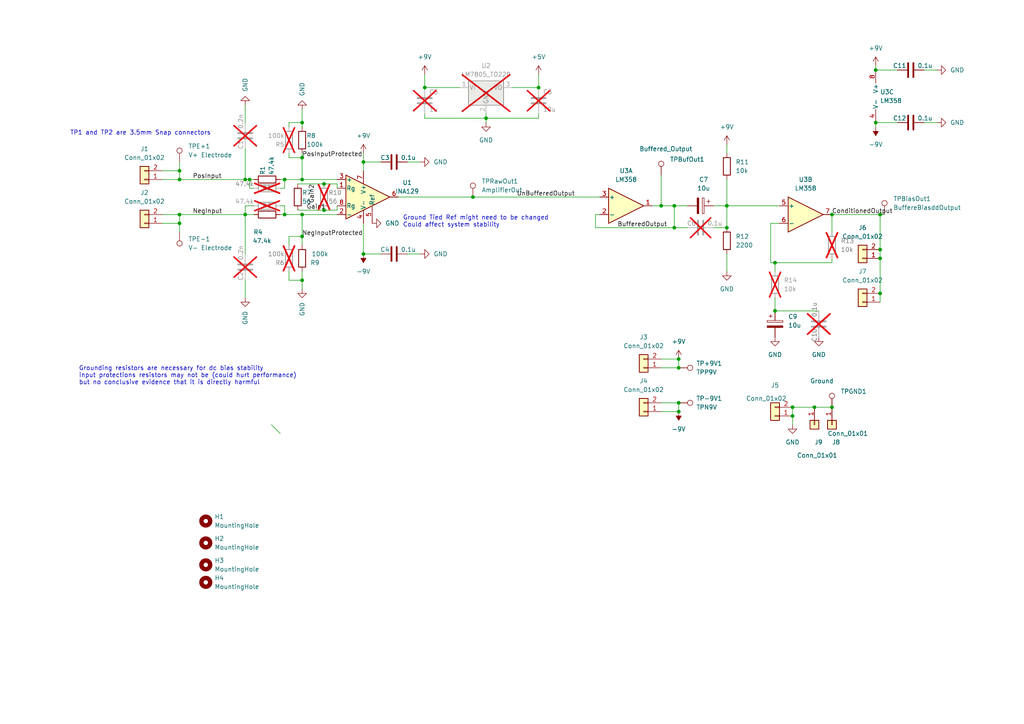
<source format=kicad_sch>
(kicad_sch (version 20230121) (generator eeschema)
  (paper "A4")
  (lib_symbols
    (symbol "Amplifier_Instrumentation:INA129" (pin_names (offset 0.127))
      (property "Reference" "U" (at 3.81 3.175 0))
      (property "Value" "INA129" (at 3.81 -3.175 0))
      (symbol "INA129_0_1"
        (polyline (pts (xy 7.62 0) (xy -5.08 6.35) (xy -5.08 -6.35) (xy 7.62 0)) (stroke (width 0.254)) (fill (type background)))
      )
      (symbol "INA129_1_1"
        (pin passive line (at -7.62 2.54 0) (length 2.54) (name "Rg") (number "1"))
        (pin input line (at -7.62 -5.08 0) (length 2.54) (name "-") (number "2"))
        (pin input line (at -7.62 5.08 0) (length 2.54) (name "+") (number "3"))
        (pin power_in line (at 0 -7.62 90) (length 3.81) (name "V-") (number "4"))
        (pin input line (at 2.54 -7.62 90) (length 5.08) (name "Ref") (number "5"))
        (pin output line (at 10.16 0 180) (length 2.54) (name "~") (number "6"))
        (pin power_in line (at 0 7.62 270) (length 3.81) (name "V+") (number "7"))
        (pin passive line (at -7.62 -2.54 0) (length 2.54) (name "Rg") (number "8"))
      )
    )
    (symbol "Amplifier_Operational:LM358" (pin_names (offset 0.127))
      (property "Reference" "U" (at 0 5.08 0))
      (property "Value" "LM358" (at 0 -5.08 0))
      (symbol "LM358_1_1"
        (polyline (pts (xy -5.08 5.08) (xy 5.08 0) (xy -5.08 -5.08) (xy -5.08 5.08)) (stroke (width 0.254)) (fill (type background)))
        (pin output line (at 7.62 0 180) (length 2.54) (name "~") (number "1"))
        (pin input line (at -7.62 -2.54 0) (length 2.54) (name "-") (number "2"))
        (pin input line (at -7.62 2.54 0) (length 2.54) (name "+") (number "3"))
      )
      (symbol "LM358_2_1"
        (polyline (pts (xy -5.08 5.08) (xy 5.08 0) (xy -5.08 -5.08) (xy -5.08 5.08)) (stroke (width 0.254)) (fill (type background)))
        (pin input line (at -7.62 2.54 0) (length 2.54) (name "+") (number "5"))
        (pin input line (at -7.62 -2.54 0) (length 2.54) (name "-") (number "6"))
        (pin output line (at 7.62 0 180) (length 2.54) (name "~") (number "7"))
      )
      (symbol "LM358_3_1"
        (pin power_in line (at -2.54 -7.62 90) (length 3.81) (name "V-") (number "4"))
        (pin power_in line (at -2.54 7.62 270) (length 3.81) (name "V+") (number "8"))
      )
    )
    (symbol "Connector:TestPoint" (pin_numbers hide) (pin_names (offset 0.762) hide)
      (property "Reference" "TP" (at 0 6.858 0))
      (property "Value" "TestPoint" (at 0 5.08 0))
      (symbol "TestPoint_0_1"
        (circle (center 0 3.302) (radius 0.762))
      )
      (symbol "TestPoint_1_1"
        (pin passive line (at 0 0 90) (length 2.54) (name "1") (number "1"))
      )
    )
    (symbol "Connector_Generic:Conn_01x01" (pin_names (offset 1.016) hide)
      (property "Reference" "J" (at 0 2.54 0))
      (property "Value" "Conn_01x01" (at 0 -2.54 0))
      (symbol "Conn_01x01_1_1"
        (rectangle (start -1.27 0.127) (end 0 -0.127) (stroke (width 0.1524)))
        (rectangle (start -1.27 1.27) (end 1.27 -1.27) (stroke (width 0.254)) (fill (type background)))
        (pin passive line (at -5.08 0 0) (length 3.81) (name "Pin_1") (number "1"))
      )
    )
    (symbol "Connector_Generic:Conn_01x02" (pin_names (offset 1.016) hide)
      (property "Reference" "J" (at 0 2.54 0))
      (property "Value" "Conn_01x02" (at 0 -5.08 0))
      (symbol "Conn_01x02_1_1"
        (rectangle (start -1.27 -2.413) (end 0 -2.667) (stroke (width 0.1524)))
        (rectangle (start -1.27 0.127) (end 0 -0.127) (stroke (width 0.1524)))
        (rectangle (start -1.27 1.27) (end 1.27 -3.81) (stroke (width 0.254)) (fill (type background)))
        (pin passive line (at -5.08 0 0) (length 3.81) (name "Pin_1") (number "1"))
        (pin passive line (at -5.08 -2.54 0) (length 3.81) (name "Pin_2") (number "2"))
      )
    )
    (symbol "Device:C" (pin_numbers hide) (pin_names (offset 0.254))
      (property "Reference" "C" (at 0.635 2.54 0))
      (property "Value" "C" (at 0.635 -2.54 0))
      (symbol "C_0_1"
        (polyline (pts (xy -2.032 -0.762) (xy 2.032 -0.762)) (stroke (width 0.508)))
        (polyline (pts (xy -2.032 0.762) (xy 2.032 0.762)) (stroke (width 0.508)))
      )
      (symbol "C_1_1"
        (pin passive line (at 0 3.81 270) (length 2.794) (name "~") (number "1"))
        (pin passive line (at 0 -3.81 90) (length 2.794) (name "~") (number "2"))
      )
    )
    (symbol "Device:C_Polarized" (pin_numbers hide) (pin_names (offset 0.254))
      (property "Reference" "C" (at 0.635 2.54 0))
      (property "Value" "C_Polarized" (at 0.635 -2.54 0))
      (symbol "C_Polarized_0_1"
        (rectangle (start -2.286 0.508) (end 2.286 1.016))
        (polyline (pts (xy -1.778 2.286) (xy -0.762 2.286)))
        (polyline (pts (xy -1.27 2.794) (xy -1.27 1.778)))
        (rectangle (start 2.286 -0.508) (end -2.286 -1.016) (fill (type outline)))
      )
      (symbol "C_Polarized_1_1"
        (pin passive line (at 0 3.81 270) (length 2.794) (name "~") (number "1"))
        (pin passive line (at 0 -3.81 90) (length 2.794) (name "~") (number "2"))
      )
    )
    (symbol "Device:R" (pin_numbers hide) (pin_names (offset 0))
      (property "Reference" "R" (at 2.032 0 90))
      (property "Value" "R" (at 0 0 90))
      (symbol "R_0_1"
        (rectangle (start -1.016 -2.54) (end 1.016 2.54) (stroke (width 0.254)))
      )
      (symbol "R_1_1"
        (pin passive line (at 0 3.81 270) (length 1.27) (name "~") (number "1"))
        (pin passive line (at 0 -3.81 90) (length 1.27) (name "~") (number "2"))
      )
    )
    (symbol "Mechanical:MountingHole" (pin_names (offset 1.016))
      (property "Reference" "H" (at 0 5.08 0))
      (property "Value" "MountingHole" (at 0 3.175 0))
      (symbol "MountingHole_0_1"
        (circle (center 0 0) (radius 1.27) (stroke (width 1.27)))
      )
    )
    (symbol "Regulator_Linear:LM7805_TO220" (pin_names (offset 0.254))
      (property "Reference" "U" (at -3.81 3.175 0))
      (property "Value" "LM7805_TO220" (at 0 3.175 0))
      (symbol "LM7805_TO220_0_1"
        (rectangle (start -5.08 1.905) (end 5.08 -5.08) (stroke (width 0.254)) (fill (type background)))
      )
      (symbol "LM7805_TO220_1_1"
        (pin power_in line (at -7.62 0 0) (length 2.54) (name "VI") (number "1"))
        (pin power_in line (at 0 -7.62 90) (length 2.54) (name "GND") (number "2"))
        (pin power_out line (at 7.62 0 180) (length 2.54) (name "VO") (number "3"))
      )
    )
    (symbol "power:+5V" (power) (pin_names (offset 0))
      (property "Value" "+5V" (at 0 3.556 0))
      (symbol "+5V_0_1"
        (polyline (pts (xy -0.762 1.27) (xy 0 2.54)))
        (polyline (pts (xy 0 0) (xy 0 2.54)))
        (polyline (pts (xy 0 2.54) (xy 0.762 1.27)))
      )
      (symbol "+5V_1_1"
        (pin power_in line (at 0 0 90) (length 0) hide (name "+5V") (number "1"))
      )
    )
    (symbol "power:+9V" (power) (pin_names (offset 0))
      (property "Value" "+9V" (at 0 3.556 0))
      (symbol "+9V_0_1"
        (polyline (pts (xy -0.762 1.27) (xy 0 2.54)))
        (polyline (pts (xy 0 0) (xy 0 2.54)))
        (polyline (pts (xy 0 2.54) (xy 0.762 1.27)))
      )
      (symbol "+9V_1_1"
        (pin power_in line (at 0 0 90) (length 0) hide (name "+9V") (number "1"))
      )
    )
    (symbol "power:-9V" (power) (pin_names (offset 0))
      (property "Value" "-9V" (at 0 3.81 0))
      (symbol "-9V_0_1"
        (polyline (pts (xy 0 0) (xy 0 2.54)))
        (polyline (pts (xy 0.762 1.27) (xy -0.762 1.27) (xy 0 2.54) (xy 0.762 1.27)) (fill (type outline)))
      )
      (symbol "-9V_1_1"
        (pin power_in line (at 0 0 90) (length 0) hide (name "-9V") (number "1"))
      )
    )
    (symbol "power:GND" (power) (pin_names (offset 0))
      (property "Value" "GND" (at 0 -3.81 0))
      (symbol "GND_0_1"
        (polyline (pts (xy 0 0) (xy 0 -1.27) (xy 1.27 -1.27) (xy 0 -2.54) (xy -1.27 -1.27) (xy 0 -1.27)))
      )
      (symbol "GND_1_1"
        (pin power_in line (at 0 0 270) (length 0) hide (name "GND") (number "1"))
      )
    )
  )
  (junction (at 93.98 53.34))
  (junction (at 224.79 90.17))
  (junction (at 196.85 116.84))
  (junction (at 255.27 85.09))
  (junction (at 93.98 60.96))
  (junction (at 196.85 106.68))
  (junction (at 140.97 34.29))
  (junction (at 52.07 49.53))
  (junction (at 105.41 46.99))
  (junction (at 255.27 72.39))
  (junction (at 210.82 59.69))
  (junction (at 82.55 62.23))
  (junction (at 87.63 68.58))
  (junction (at 52.07 64.77))
  (junction (at 87.63 45.72))
  (junction (at 156.21 25.4))
  (junction (at 87.63 62.23))
  (junction (at 241.3 118.11))
  (junction (at 241.3 62.23))
  (junction (at 137.16 57.15))
  (junction (at 229.87 118.11))
  (junction (at 71.12 52.07))
  (junction (at 71.12 62.23))
  (junction (at 195.58 66.04))
  (junction (at 255.27 62.23))
  (junction (at 105.41 73.66))
  (junction (at 123.19 25.4))
  (junction (at 82.55 52.07))
  (junction (at 87.63 52.07))
  (junction (at 191.77 59.69))
  (junction (at 254 35.56))
  (junction (at 236.22 118.11))
  (junction (at 196.85 119.38))
  (junction (at 254 20.32))
  (junction (at 255.27 74.93))
  (junction (at 229.87 120.65))
  (junction (at 87.63 81.28))
  (junction (at 72.39 52.07))
  (junction (at 52.07 62.23))
  (junction (at 210.82 66.04))
  (junction (at 224.79 76.2))
  (junction (at 52.07 52.07))
  (junction (at 195.58 59.69))
  (junction (at 87.63 35.56))
  (junction (at 196.85 104.14))
  (bus_entry (at 78.74 123.19) (size 2.54 2.54))
  (wire (pts (xy 172.72 66.04) (xy 172.72 62.23)))
  (wire (pts (xy 191.77 104.14) (xy 196.85 104.14)))
  (wire (pts (xy 189.23 59.69) (xy 191.77 59.69)))
  (wire (pts (xy 46.99 64.77) (xy 52.07 64.77)))
  (wire (pts (xy 191.77 116.84) (xy 196.85 116.84)))
  (wire (pts (xy 73.66 59.69) (xy 71.12 59.69)))
  (wire (pts (xy 229.87 120.65) (xy 229.87 123.19)))
  (wire (pts (xy 137.16 57.15) (xy 173.99 57.15)))
  (wire (pts (xy 87.63 52.07) (xy 97.79 52.07)))
  (wire (pts (xy 110.49 46.99) (xy 105.41 46.99)))
  (wire (pts (xy 123.19 25.4) (xy 133.35 25.4)))
  (wire (pts (xy 83.82 35.56) (xy 87.63 35.56)))
  (wire (pts (xy 123.19 34.29) (xy 140.97 34.29)))
  (wire (pts (xy 241.3 62.23) (xy 241.3 67.31)))
  (wire (pts (xy 196.85 116.84) (xy 196.85 119.38)))
  (wire (pts (xy 71.12 59.69) (xy 71.12 62.23)))
  (wire (pts (xy 140.97 33.02) (xy 140.97 34.29)))
  (wire (pts (xy 71.12 30.48) (xy 71.12 35.56)))
  (wire (pts (xy 83.82 71.12) (xy 83.82 68.58)))
  (wire (pts (xy 118.11 46.99) (xy 121.92 46.99)))
  (wire (pts (xy 118.11 73.66) (xy 121.92 73.66)))
  (wire (pts (xy 73.66 54.61) (xy 72.39 54.61)))
  (wire (pts (xy 123.19 33.02) (xy 123.19 34.29)))
  (wire (pts (xy 71.12 62.23) (xy 71.12 73.66)))
  (wire (pts (xy 196.85 104.14) (xy 196.85 106.68)))
  (wire (pts (xy 229.87 118.11) (xy 229.87 120.65)))
  (wire (pts (xy 97.79 53.34) (xy 97.79 54.61)))
  (wire (pts (xy 191.77 50.8) (xy 191.77 59.69)))
  (wire (pts (xy 254 36.83) (xy 254 35.56)))
  (wire (pts (xy 73.66 62.23) (xy 71.12 62.23)))
  (wire (pts (xy 191.77 59.69) (xy 195.58 59.69)))
  (wire (pts (xy 86.36 53.34) (xy 93.98 53.34)))
  (wire (pts (xy 224.79 86.36) (xy 224.79 90.17)))
  (wire (pts (xy 191.77 106.68) (xy 196.85 106.68)))
  (wire (pts (xy 172.72 62.23) (xy 173.99 62.23)))
  (wire (pts (xy 83.82 78.74) (xy 83.82 81.28)))
  (wire (pts (xy 210.82 73.66) (xy 210.82 78.74)))
  (wire (pts (xy 52.07 52.07) (xy 52.07 49.53)))
  (wire (pts (xy 105.41 46.99) (xy 105.41 49.53)))
  (wire (pts (xy 97.79 53.34) (xy 93.98 53.34)))
  (wire (pts (xy 115.57 57.15) (xy 137.16 57.15)))
  (wire (pts (xy 210.82 52.07) (xy 210.82 59.69)))
  (wire (pts (xy 71.12 86.36) (xy 71.12 81.28)))
  (wire (pts (xy 241.3 62.23) (xy 255.27 62.23)))
  (wire (pts (xy 83.82 68.58) (xy 87.63 68.58)))
  (wire (pts (xy 254 35.56) (xy 260.35 35.56)))
  (wire (pts (xy 195.58 59.69) (xy 195.58 66.04)))
  (wire (pts (xy 82.55 59.69) (xy 82.55 62.23)))
  (wire (pts (xy 255.27 74.93) (xy 255.27 85.09)))
  (wire (pts (xy 83.82 44.45) (xy 83.82 45.72)))
  (wire (pts (xy 210.82 59.69) (xy 226.06 59.69)))
  (wire (pts (xy 46.99 62.23) (xy 52.07 62.23)))
  (wire (pts (xy 81.28 52.07) (xy 82.55 52.07)))
  (wire (pts (xy 110.49 73.66) (xy 105.41 73.66)))
  (wire (pts (xy 87.63 44.45) (xy 87.63 45.72)))
  (wire (pts (xy 210.82 59.69) (xy 210.82 66.04)))
  (wire (pts (xy 236.22 118.11) (xy 229.87 118.11)))
  (wire (pts (xy 83.82 36.83) (xy 83.82 35.56)))
  (wire (pts (xy 195.58 66.04) (xy 199.39 66.04)))
  (wire (pts (xy 223.52 64.77) (xy 223.52 76.2)))
  (wire (pts (xy 72.39 52.07) (xy 73.66 52.07)))
  (wire (pts (xy 254 20.32) (xy 260.35 20.32)))
  (wire (pts (xy 52.07 62.23) (xy 52.07 64.77)))
  (wire (pts (xy 207.01 59.69) (xy 210.82 59.69)))
  (wire (pts (xy 241.3 74.93) (xy 241.3 76.2)))
  (wire (pts (xy 172.72 66.04) (xy 195.58 66.04)))
  (wire (pts (xy 267.97 35.56) (xy 271.78 35.56)))
  (wire (pts (xy 81.28 54.61) (xy 82.55 54.61)))
  (wire (pts (xy 148.59 25.4) (xy 156.21 25.4)))
  (wire (pts (xy 83.82 81.28) (xy 87.63 81.28)))
  (wire (pts (xy 224.79 90.17) (xy 237.49 90.17)))
  (wire (pts (xy 71.12 52.07) (xy 72.39 52.07)))
  (wire (pts (xy 267.97 20.32) (xy 271.78 20.32)))
  (wire (pts (xy 87.63 45.72) (xy 87.63 52.07)))
  (wire (pts (xy 52.07 49.53) (xy 52.07 46.99)))
  (wire (pts (xy 87.63 71.12) (xy 87.63 68.58)))
  (wire (pts (xy 72.39 52.07) (xy 72.39 54.61)))
  (wire (pts (xy 191.77 119.38) (xy 196.85 119.38)))
  (wire (pts (xy 87.63 68.58) (xy 87.63 62.23)))
  (wire (pts (xy 97.79 60.96) (xy 97.79 59.69)))
  (wire (pts (xy 255.27 62.23) (xy 255.27 72.39)))
  (wire (pts (xy 71.12 62.23) (xy 52.07 62.23)))
  (wire (pts (xy 105.41 44.45) (xy 105.41 46.99)))
  (wire (pts (xy 123.19 21.59) (xy 123.19 25.4)))
  (wire (pts (xy 87.63 62.23) (xy 82.55 62.23)))
  (wire (pts (xy 105.41 64.77) (xy 105.41 73.66)))
  (wire (pts (xy 81.28 59.69) (xy 82.55 59.69)))
  (wire (pts (xy 87.63 83.82) (xy 87.63 81.28)))
  (wire (pts (xy 210.82 41.91) (xy 210.82 44.45)))
  (wire (pts (xy 46.99 49.53) (xy 52.07 49.53)))
  (wire (pts (xy 82.55 52.07) (xy 87.63 52.07)))
  (wire (pts (xy 224.79 76.2) (xy 224.79 78.74)))
  (wire (pts (xy 255.27 72.39) (xy 255.27 74.93)))
  (wire (pts (xy 254 19.05) (xy 254 20.32)))
  (wire (pts (xy 97.79 62.23) (xy 87.63 62.23)))
  (wire (pts (xy 223.52 76.2) (xy 224.79 76.2)))
  (wire (pts (xy 140.97 34.29) (xy 156.21 34.29)))
  (wire (pts (xy 82.55 62.23) (xy 81.28 62.23)))
  (wire (pts (xy 195.58 59.69) (xy 199.39 59.69)))
  (wire (pts (xy 52.07 52.07) (xy 71.12 52.07)))
  (wire (pts (xy 83.82 45.72) (xy 87.63 45.72)))
  (wire (pts (xy 255.27 62.23) (xy 256.54 62.23)))
  (wire (pts (xy 87.63 81.28) (xy 87.63 78.74)))
  (wire (pts (xy 87.63 31.75) (xy 87.63 35.56)))
  (wire (pts (xy 87.63 35.56) (xy 87.63 36.83)))
  (wire (pts (xy 207.01 66.04) (xy 210.82 66.04)))
  (wire (pts (xy 255.27 85.09) (xy 255.27 87.63)))
  (wire (pts (xy 93.98 60.96) (xy 97.79 60.96)))
  (wire (pts (xy 52.07 64.77) (xy 52.07 67.31)))
  (wire (pts (xy 241.3 118.11) (xy 236.22 118.11)))
  (wire (pts (xy 226.06 64.77) (xy 223.52 64.77)))
  (wire (pts (xy 46.99 52.07) (xy 52.07 52.07)))
  (wire (pts (xy 140.97 34.29) (xy 140.97 35.56)))
  (wire (pts (xy 82.55 52.07) (xy 82.55 54.61)))
  (wire (pts (xy 224.79 76.2) (xy 241.3 76.2)))
  (wire (pts (xy 156.21 21.59) (xy 156.21 25.4)))
  (wire (pts (xy 156.21 33.02) (xy 156.21 34.29)))
  (wire (pts (xy 71.12 43.18) (xy 71.12 52.07)))
  (wire (pts (xy 86.36 60.96) (xy 93.98 60.96)))
  (text "TP1 and TP2 are 3.5mm Snap connectors\n" (at 20.32 39.37 0) (effects (font (size 1.27 1.27)) (justify left bottom)))
  (text "Ground Tied Ref might need to be changed\nCould affect system stability\n" (at 116.84 66.04 0) (effects (font (size 1.27 1.27)) (justify left bottom)))
  (text "Grounding resistors are necessary for dc bias stability\ninput protections resistors may not be (could hurt performance)\nbut no conclusive evidence that it is directly harmful\n" (at 22.86 111.76 0) (effects (font (size 1.27 1.27)) (justify left bottom)))
  (label "NegInput" (at 55.88 62.23 0))
  (label "ConditionedOutput" (at 241.3 62.23 0))
  (label "Gain1" (at 88.9 60.96 0))
  (label "PosInput" (at 55.88 52.07 0))
  (label "PosInputProtected" (at 87.63 45.72 0))
  (label "UnBufferedOutput" (at 149.86 57.15 0))
  (label "Gain2" (at 91.44 53.34 270))
  (label "NegInputProtected" (at 87.63 68.58 0))
  (label "BufferedOutput" (at 179.07 66.04 0))
  (symbol (lib_id "power:+9V") (at 105.41 44.45 0) (unit 1)
    (property "Reference" "#PWR05" (effects hide))
    (property "Value" "+9V" (at 105.41 39.37 0))
  )
  (symbol (lib_id "power:+9V") (at 210.82 41.91 0) (unit 1)
    (property "Reference" "#PWR015" (effects hide))
    (property "Value" "+9V" (at 210.82 36.83 0))
  )
  (symbol (lib_id "Mechanical:MountingHole") (at 59.69 151.13 0) (unit 1)
    (property "Reference" "H1" (at 62.23 149.86 0) (effects (justify left)))
    (property "Value" "MountingHole" (at 62.23 152.4 0) (effects (justify left)))
    (property "Footprint" "MountingHole:MountingHole_3.2mm_M3" (effects hide))
  )
  (symbol (lib_id "Device:C") (at 264.16 20.32 90) (unit 1)
    (property "Reference" "C11" (at 262.89 19.05 90) (effects (justify left)))
    (property "Value" "0.1u" (at 270.51 19.05 90) (effects (justify left)))
    (property "Footprint" "Capacitor_SMD:C_0805_2012Metric" (effects hide))
  )
  (symbol (lib_id "Device:R") (at 77.47 62.23 90) (unit 1)
    (property "Reference" "R4" (at 76.2 67.31 90) (effects (justify left)))
    (property "Value" "47.4k" (at 78.74 69.85 90) (effects (justify left)))
    (property "Footprint" "Resistor_SMD:R_0805_2012Metric" (effects hide))
  )
  (symbol (lib_id "Connector_Generic:Conn_01x01") (at 236.22 123.19 270) (unit 1)
    (property "Reference" "J9" (at 236.22 128.27 90) (effects (justify left)))
    (property "Value" "Conn_01x01" (at 231.14 132.08 90) (effects (justify left)))
    (property "Footprint" "Connector_PinHeader_2.54mm:PinHeader_1x01_P2.54mm_Vertical" (effects hide))
  )
  (symbol (lib_id "power:GND") (at 229.87 123.19 0) (unit 1)
    (property "Reference" "#PWR018" (effects hide))
    (property "Value" "GND" (at 229.87 128.27 0))
  )
  (symbol (lib_id "power:GND") (at 237.49 97.79 0) (unit 1)
    (property "Reference" "#PWR019" (effects hide))
    (property "Value" "GND" (at 237.49 102.87 0))
  )
  (symbol (lib_id "power:GND") (at 140.97 35.56 0) (unit 1)
    (property "Reference" "#PWR011" (effects hide))
    (property "Value" "GND" (at 140.97 40.64 0))
  )
  (symbol (lib_id "Device:R") (at 87.63 74.93 180) (unit 1)
    (property "Reference" "R9" (at 92.71 76.2 0) (effects (justify left)))
    (property "Value" "100k" (at 95.25 73.66 0) (effects (justify left)))
    (property "Footprint" "Resistor_SMD:R_0805_2012Metric" (effects hide))
  )
  (symbol (lib_id "Device:C_Polarized") (at 203.2 59.69 270) (unit 1)
    (property "Reference" "C7" (at 204.089 52.07 90))
    (property "Value" "10u" (at 204.089 54.61 90))
    (property "Footprint" "Capacitor_THT:CP_Radial_D4.0mm_P2.00mm" (effects hide))
  )
  (symbol (lib_id "Connector:TestPoint") (at 196.85 106.68 270) (unit 1)
    (property "Reference" "TP+9V1" (at 201.93 105.41 90) (effects (justify left)))
    (property "Value" "TPP9V" (at 201.93 107.95 90) (effects (justify left)))
    (property "Footprint" "TestPoint:TestPoint_Pad_D4.0mm" (effects hide))
  )
  (symbol (lib_id "power:+5V") (at 156.21 21.59 0) (unit 1)
    (property "Reference" "#PWR012" (effects hide))
    (property "Value" "+5V" (at 156.21 16.51 0))
  )
  (symbol (lib_id "Amplifier_Instrumentation:INA129") (at 105.41 57.15 0) (unit 1)
    (property "Reference" "U1" (at 118.11 52.9591 0))
    (property "Value" "INA129" (at 118.11 55.4991 0))
    (property "Footprint" "Package_DIP:DIP-8_W7.62mm_LongPads" (effects hide))
    (property "Datasheet" "http://www.ti.com/lit/ds/symlink/ina128.pdf" (effects hide))
  )
  (symbol (lib_id "Connector_Generic:Conn_01x02") (at 186.69 119.38 180) (unit 1)
    (property "Reference" "J4" (at 186.69 110.49 0))
    (property "Value" "Conn_01x02" (at 186.69 113.03 0))
    (property "Footprint" "Connector_PinHeader_2.54mm:PinHeader_1x02_P2.54mm_Vertical" (effects hide))
  )
  (symbol (lib_id "power:-9V") (at 105.41 73.66 180) (unit 1)
    (property "Reference" "#PWR06" (effects hide))
    (property "Value" "-9V" (at 105.41 78.74 0))
  )
  (symbol (lib_id "Device:C") (at 264.16 35.56 90) (unit 1)
    (property "Reference" "C12" (at 262.89 34.29 90) (effects (justify left)))
    (property "Value" "0.1u" (at 270.51 34.29 90) (effects (justify left)))
    (property "Footprint" "Capacitor_SMD:C_0805_2012Metric" (effects hide))
  )
  (symbol (lib_id "Connector:TestPoint") (at 137.16 57.15 0) (unit 1)
    (property "Reference" "TPRawOut1" (at 139.7 52.578 0) (effects (justify left)))
    (property "Value" "AmplifierOut" (at 139.7 55.118 0) (effects (justify left)))
    (property "Footprint" "TestPoint:TestPoint_Pad_D4.0mm" (effects hide))
  )
  (symbol (lib_id "Device:C") (at 114.3 46.99 90) (unit 1)
    (property "Reference" "C3" (at 113.03 45.72 90) (effects (justify left)))
    (property "Value" "0.1u" (at 120.65 45.72 90) (effects (justify left)))
    (property "Footprint" "Capacitor_SMD:C_0805_2012Metric" (effects hide))
  )
  (symbol (lib_id "power:+9V") (at 196.85 104.14 0) (unit 1)
    (property "Reference" "#PWR013" (effects hide))
    (property "Value" "+9V" (at 196.85 99.06 0))
  )
  (symbol (lib_id "Device:C") (at 71.12 39.37 180) (unit 1) (dnp yes)
    (property "Reference" "C1" (at 69.85 40.64 90) (effects (justify left)))
    (property "Value" "0.2n" (at 69.85 33.02 90) (effects (justify left)))
  )
  (symbol (lib_id "Connector_Generic:Conn_01x02") (at 41.91 52.07 180) (unit 1)
    (property "Reference" "J1" (at 41.91 43.18 0))
    (property "Value" "Conn_01x02" (at 41.91 45.72 0))
    (property "Footprint" "Connector_PinHeader_2.54mm:PinHeader_1x02_P2.54mm_Vertical" (effects hide))
  )
  (symbol (lib_id "Device:C") (at 203.2 66.04 90) (unit 1) (dnp yes)
    (property "Reference" "C8" (at 201.93 64.77 90) (effects (justify left)))
    (property "Value" "0.1u" (at 209.55 64.77 90) (effects (justify left)))
    (property "Footprint" "Capacitor_SMD:C_0805_2012Metric" (effects hide))
  )
  (symbol (lib_id "Device:R") (at 87.63 40.64 0) (unit 1)
    (property "Reference" "R8" (at 88.9 39.37 0) (effects (justify left)))
    (property "Value" "100k" (at 88.9 41.91 0) (effects (justify left)))
    (property "Footprint" "Resistor_SMD:R_0805_2012Metric" (effects hide))
  )
  (symbol (lib_id "Amplifier_Operational:LM358") (at 256.54 27.94 0) (unit 3)
    (property "Reference" "U3" (at 255.27 26.67 0) (effects (justify left)))
    (property "Value" "LM358" (at 255.27 29.21 0) (effects (justify left)))
    (property "Footprint" "Package_DIP:DIP-8_W7.62mm_LongPads" (effects hide))
    (property "Datasheet" "http://www.ti.com/lit/ds/symlink/lm2904-n.pdf" (effects hide))
  )
  (symbol (lib_id "Device:C_Polarized") (at 224.79 93.98 0) (unit 1)
    (property "Reference" "C9" (at 228.6 91.821 0) (effects (justify left)))
    (property "Value" "10u" (at 228.6 94.361 0) (effects (justify left)))
    (property "Footprint" "Capacitor_THT:CP_Radial_D4.0mm_P2.00mm" (effects hide))
  )
  (symbol (lib_id "power:-9V") (at 254 36.83 180) (unit 1)
    (property "Reference" "#PWR021" (effects hide))
    (property "Value" "-9V" (at 254 41.91 0))
  )
  (symbol (lib_id "power:GND") (at 87.63 31.75 180) (unit 1)
    (property "Reference" "#PWR03" (effects hide))
    (property "Value" "GND" (at 87.63 27.94 90) (effects (justify right)))
  )
  (symbol (lib_id "power:GND") (at 271.78 20.32 90) (unit 1)
    (property "Reference" "#PWR022" (effects hide))
    (property "Value" "GND" (at 275.59 20.32 90) (effects (justify right)))
  )
  (symbol (lib_id "Connector_Generic:Conn_01x02") (at 250.19 74.93 180) (unit 1)
    (property "Reference" "J6" (at 250.19 66.04 0))
    (property "Value" "Conn_01x02" (at 250.19 68.58 0))
    (property "Footprint" "Connector_PinHeader_2.54mm:PinHeader_1x02_P2.54mm_Vertical" (effects hide))
  )
  (symbol (lib_id "power:GND") (at 87.63 83.82 0) (unit 1)
    (property "Reference" "#PWR04" (effects hide))
    (property "Value" "GND" (at 87.63 87.63 90) (effects (justify right)))
  )
  (symbol (lib_id "Device:R") (at 77.47 52.07 90) (unit 1)
    (property "Reference" "R1" (at 76.2 50.8 0) (effects (justify left)))
    (property "Value" "47.4k" (at 78.74 50.8 0) (effects (justify left)))
    (property "Footprint" "Resistor_SMD:R_0805_2012Metric" (effects hide))
  )
  (symbol (lib_id "Device:R") (at 86.36 57.15 0) (unit 1)
    (property "Reference" "R7" (at 87.63 55.88 0) (effects (justify left)))
    (property "Value" "56" (at 87.63 58.42 0) (effects (justify left)))
    (property "Footprint" "Resistor_SMD:R_0805_2012Metric" (effects hide))
  )
  (symbol (lib_id "Amplifier_Operational:LM358") (at 233.68 62.23 0) (unit 2)
    (property "Reference" "U3" (at 233.68 52.07 0))
    (property "Value" "LM358" (at 233.68 54.61 0))
    (property "Footprint" "Package_DIP:DIP-8_W7.62mm_LongPads" (effects hide))
    (property "Datasheet" "http://www.ti.com/lit/ds/symlink/lm2904-n.pdf" (effects hide))
  )
  (symbol (lib_id "Connector_Generic:Conn_01x02") (at 41.91 64.77 180) (unit 1)
    (property "Reference" "J2" (at 41.91 55.88 0))
    (property "Value" "Conn_01x02" (at 41.91 58.42 0))
    (property "Footprint" "Connector_PinHeader_2.54mm:PinHeader_1x02_P2.54mm_Vertical" (effects hide))
  )
  (symbol (lib_id "Device:R") (at 77.47 59.69 90) (unit 1) (dnp yes)
    (property "Reference" "R3" (at 78.74 59.69 90) (effects (justify left)))
    (property "Value" "47.4k" (at 73.66 58.42 90) (effects (justify left)))
    (property "Footprint" "Resistor_THT:R_Axial_DIN0309_L9.0mm_D3.2mm_P12.70mm_Horizontal" (effects hide))
  )
  (symbol (lib_id "power:GND") (at 107.95 64.77 90) (unit 1)
    (property "Reference" "#PWR07" (effects hide))
    (property "Value" "GND" (at 111.76 64.77 90) (effects (justify right)))
  )
  (symbol (lib_id "Device:R") (at 77.47 54.61 90) (unit 1) (dnp yes)
    (property "Reference" "R2" (at 78.74 54.61 90) (effects (justify left)))
    (property "Value" "47.4k" (at 73.66 53.34 90) (effects (justify left)))
    (property "Footprint" "Resistor_THT:R_Axial_DIN0309_L9.0mm_D3.2mm_P12.70mm_Horizontal" (effects hide))
  )
  (symbol (lib_id "Connector:TestPoint") (at 256.54 62.23 0) (unit 1)
    (property "Reference" "TPBiasOut1" (at 259.08 57.658 0) (effects (justify left)))
    (property "Value" "BuffereBiasddOutput" (at 259.08 60.198 0) (effects (justify left)))
    (property "Footprint" "TestPoint:TestPoint_Pad_D4.0mm" (effects hide))
  )
  (symbol (lib_id "Mechanical:MountingHole") (at 59.69 168.91 0) (unit 1)
    (property "Reference" "H4" (at 62.23 167.64 0) (effects (justify left)))
    (property "Value" "MountingHole" (at 62.23 170.18 0) (effects (justify left)))
    (property "Footprint" "MountingHole:MountingHole_3.2mm_M3" (effects hide))
  )
  (symbol (lib_id "power:GND") (at 271.78 35.56 90) (unit 1)
    (property "Reference" "#PWR023" (effects hide))
    (property "Value" "GND" (at 275.59 35.56 90) (effects (justify right)))
  )
  (symbol (lib_id "power:GND") (at 121.92 73.66 90) (unit 1)
    (property "Reference" "#PWR09" (effects hide))
    (property "Value" "GND" (at 125.73 73.66 90) (effects (justify right)))
  )
  (symbol (lib_id "power:GND") (at 71.12 86.36 0) (unit 1)
    (property "Reference" "#PWR02" (effects hide))
    (property "Value" "GND" (at 71.12 90.17 90) (effects (justify right)))
  )
  (symbol (lib_id "Connector:TestPoint") (at 52.07 67.31 180) (unit 1)
    (property "Reference" "TPE-1" (at 54.61 69.342 0) (effects (justify right)))
    (property "Value" "V- Electrode" (at 54.61 71.882 0) (effects (justify right)))
    (property "Footprint" "TestPoint:TestPoint_Pad_D4.0mm" (effects hide))
  )
  (symbol (lib_id "power:+9V") (at 254 19.05 0) (unit 1)
    (property "Reference" "#PWR020" (effects hide))
    (property "Value" "+9V" (at 254 13.97 0))
  )
  (symbol (lib_id "power:GND") (at 210.82 78.74 0) (unit 1)
    (property "Reference" "#PWR016" (effects hide))
    (property "Value" "GND" (at 210.82 83.82 0))
  )
  (symbol (lib_id "Mechanical:MountingHole") (at 59.69 163.83 0) (unit 1)
    (property "Reference" "H3" (at 62.23 162.56 0) (effects (justify left)))
    (property "Value" "MountingHole" (at 62.23 165.1 0) (effects (justify left)))
    (property "Footprint" "MountingHole:MountingHole_3.2mm_M3" (effects hide))
  )
  (symbol (lib_id "Mechanical:MountingHole") (at 59.69 157.48 0) (unit 1)
    (property "Reference" "H2" (at 62.23 156.21 0) (effects (justify left)))
    (property "Value" "MountingHole" (at 62.23 158.75 0) (effects (justify left)))
    (property "Footprint" "MountingHole:MountingHole_3.2mm_M3" (effects hide))
  )
  (symbol (lib_id "Device:R") (at 83.82 40.64 180) (unit 1) (dnp yes)
    (property "Reference" "R5" (at 82.55 41.91 0) (effects (justify left)))
    (property "Value" "100k" (at 82.55 39.37 0) (effects (justify left)))
    (property "Footprint" "Resistor_THT:R_Axial_DIN0309_L9.0mm_D3.2mm_P12.70mm_Horizontal" (effects hide))
  )
  (symbol (lib_id "Device:C") (at 123.19 29.21 0) (unit 1) (on_board no) (dnp yes)
    (property "Reference" "C5" (at 124.46 26.67 0) (effects (justify left)))
    (property "Value" "1u" (at 124.46 31.75 0) (effects (justify left)))
    (property "Footprint" "Capacitor_SMD:C_0805_2012Metric" (effects hide))
  )
  (symbol (lib_id "Device:C") (at 114.3 73.66 90) (unit 1)
    (property "Reference" "C4" (at 113.03 72.39 90) (effects (justify left)))
    (property "Value" "0.1u" (at 120.65 72.39 90) (effects (justify left)))
    (property "Footprint" "Capacitor_SMD:C_0805_2012Metric" (effects hide))
  )
  (symbol (lib_id "Device:R") (at 241.3 71.12 0) (unit 1) (dnp yes)
    (property "Reference" "R13" (at 243.84 69.85 0) (effects (justify left)))
    (property "Value" "10k" (at 243.84 72.39 0) (effects (justify left)))
    (property "Footprint" "Resistor_SMD:R_0805_2012Metric" (effects hide))
  )
  (symbol (lib_id "power:+9V") (at 123.19 21.59 0) (unit 1)
    (property "Reference" "#PWR010" (effects hide))
    (property "Value" "+9V" (at 123.19 16.51 0))
  )
  (symbol (lib_id "Connector_Generic:Conn_01x01") (at 241.3 123.19 270) (unit 1)
    (property "Reference" "J8" (at 241.3 128.27 90) (effects (justify left)))
    (property "Value" "Conn_01x01" (at 240.03 125.73 90) (effects (justify left)))
    (property "Footprint" "Connector_PinHeader_2.54mm:PinHeader_1x01_P2.54mm_Vertical" (effects hide))
  )
  (symbol (lib_id "Connector:TestPoint") (at 196.85 116.84 270) (unit 1)
    (property "Reference" "TP-9V1" (at 201.93 115.57 90) (effects (justify left)))
    (property "Value" "TPN9V" (at 201.93 118.11 90) (effects (justify left)))
    (property "Footprint" "TestPoint:TestPoint_Pad_D4.0mm" (effects hide))
  )
  (symbol (lib_id "power:GND") (at 224.79 97.79 0) (unit 1)
    (property "Reference" "#PWR017" (effects hide))
    (property "Value" "GND" (at 224.79 102.87 0))
  )
  (symbol (lib_id "Device:C") (at 156.21 29.21 0) (unit 1) (on_board no) (dnp yes)
    (property "Reference" "C6" (at 157.48 26.67 0) (effects (justify left)))
    (property "Value" "10u" (at 157.48 31.75 0) (effects (justify left)))
    (property "Footprint" "Capacitor_SMD:C_0805_2012Metric" (effects hide))
  )
  (symbol (lib_id "Device:R") (at 210.82 69.85 0) (unit 1)
    (property "Reference" "R12" (at 213.36 68.58 0) (effects (justify left)))
    (property "Value" "2200" (at 213.36 71.12 0) (effects (justify left)))
    (property "Footprint" "Resistor_SMD:R_0805_2012Metric" (effects hide))
  )
  (symbol (lib_id "power:GND") (at 121.92 46.99 90) (unit 1)
    (property "Reference" "#PWR08" (effects hide))
    (property "Value" "GND" (at 125.73 46.99 90) (effects (justify right)))
  )
  (symbol (lib_id "Device:R") (at 210.82 48.26 0) (unit 1)
    (property "Reference" "R11" (at 213.36 46.99 0) (effects (justify left)))
    (property "Value" "10k" (at 213.36 49.53 0) (effects (justify left)))
    (property "Footprint" "Resistor_SMD:R_0805_2012Metric" (effects hide))
  )
  (symbol (lib_id "Device:C") (at 237.49 93.98 180) (unit 1) (dnp yes)
    (property "Reference" "C10" (at 236.22 95.25 90) (effects (justify left)))
    (property "Value" "0.1u" (at 236.22 87.63 90) (effects (justify left)))
    (property "Footprint" "Capacitor_SMD:C_0805_2012Metric" (effects hide))
  )
  (symbol (lib_id "Connector:TestPoint") (at 241.3 118.11 0) (unit 1)
    (property "Reference" "TPGND1" (at 243.84 113.538 0) (effects (justify left)))
    (property "Value" "Ground" (at 234.95 110.49 0) (effects (justify left)))
    (property "Footprint" "TestPoint:TestPoint_Pad_D4.0mm" (effects hide))
  )
  (symbol (lib_id "Regulator_Linear:LM7805_TO220") (at 140.97 25.4 0) (unit 1) (on_board no) (dnp yes)
    (property "Reference" "U2" (at 140.97 19.05 0))
    (property "Value" "LM7805_TO220" (at 140.97 21.59 0))
    (property "Footprint" "Package_TO_SOT_THT:TO-220-3_Vertical" (effects hide))
    (property "Datasheet" "https://www.onsemi.cn/PowerSolutions/document/MC7800-D.PDF" (effects hide))
  )
  (symbol (lib_id "Connector:TestPoint") (at 52.07 46.99 0) (unit 1)
    (property "Reference" "TPE+1" (at 54.61 42.418 0) (effects (justify left)))
    (property "Value" "V+ Electrode" (at 54.61 44.958 0) (effects (justify left)))
    (property "Footprint" "TestPoint:TestPoint_Pad_D4.0mm" (effects hide))
  )
  (symbol (lib_id "Device:C") (at 71.12 77.47 180) (unit 1) (dnp yes)
    (property "Reference" "C2" (at 69.85 78.74 90) (effects (justify left)))
    (property "Value" "0.2n" (at 69.85 71.12 90) (effects (justify left)))
  )
  (symbol (lib_id "Device:R") (at 93.98 57.15 0) (unit 1) (dnp yes)
    (property "Reference" "R10" (at 95.25 55.88 0) (effects (justify left)))
    (property "Value" "56" (at 95.25 58.42 0) (effects (justify left)))
    (property "Footprint" "Resistor_THT:R_Axial_DIN0309_L9.0mm_D3.2mm_P12.70mm_Horizontal" (effects hide))
  )
  (symbol (lib_id "Connector_Generic:Conn_01x02") (at 250.19 87.63 180) (unit 1)
    (property "Reference" "J7" (at 250.19 78.74 0))
    (property "Value" "Conn_01x02" (at 250.19 81.28 0))
    (property "Footprint" "Connector_PinHeader_2.54mm:PinHeader_1x02_P2.54mm_Vertical" (effects hide))
  )
  (symbol (lib_id "Device:R") (at 224.79 82.55 0) (unit 1) (dnp yes)
    (property "Reference" "R14" (at 227.33 81.28 0) (effects (justify left)))
    (property "Value" "10k" (at 227.33 83.82 0) (effects (justify left)))
    (property "Footprint" "Resistor_SMD:R_0805_2012Metric" (effects hide))
  )
  (symbol (lib_id "Amplifier_Operational:LM358") (at 181.61 59.69 0) (unit 1)
    (property "Reference" "U3" (at 181.61 49.53 0))
    (property "Value" "LM358" (at 181.61 52.07 0))
    (property "Footprint" "Package_DIP:DIP-8_W7.62mm_LongPads" (effects hide))
    (property "Datasheet" "http://www.ti.com/lit/ds/symlink/lm2904-n.pdf" (effects hide))
  )
  (symbol (lib_id "power:-9V") (at 196.85 119.38 180) (unit 1)
    (property "Reference" "#PWR014" (effects hide))
    (property "Value" "-9V" (at 196.85 124.46 0))
  )
  (symbol (lib_id "Device:R") (at 83.82 74.93 180) (unit 1) (dnp yes)
    (property "Reference" "R6" (at 82.55 76.2 0) (effects (justify left)))
    (property "Value" "100k" (at 82.55 73.66 0) (effects (justify left)))
    (property "Footprint" "Resistor_THT:R_Axial_DIN0309_L9.0mm_D3.2mm_P12.70mm_Horizontal" (effects hide))
  )
  (symbol (lib_id "power:GND") (at 71.12 30.48 180) (unit 1)
    (property "Reference" "#PWR01" (effects hide))
    (property "Value" "GND" (at 71.12 26.67 90) (effects (justify right)))
  )
  (symbol (lib_id "Connector_Generic:Conn_01x02") (at 224.79 120.65 180) (unit 1)
    (property "Reference" "J5" (at 224.79 111.76 0))
    (property "Value" "Conn_01x02" (at 222.25 115.57 0))
    (property "Footprint" "Connector_PinHeader_2.54mm:PinHeader_1x02_P2.54mm_Vertical" (effects hide))
  )
  (symbol (lib_id "Connector_Generic:Conn_01x02") (at 186.69 106.68 180) (unit 1)
    (property "Reference" "J3" (at 186.69 97.79 0))
    (property "Value" "Conn_01x02" (at 186.69 100.33 0))
    (property "Footprint" "Connector_PinHeader_2.54mm:PinHeader_1x02_P2.54mm_Vertical" (effects hide))
  )
  (symbol (lib_id "Connector:TestPoint") (at 191.77 50.8 0) (unit 1)
    (property "Reference" "TPBufOut1" (at 194.31 46.228 0) (effects (justify left)))
    (property "Value" "Buffered_Output" (at 185.42 43.18 0) (effects (justify left)))
    (property "Footprint" "TestPoint:TestPoint_Pad_D4.0mm" (effects hide))
  )
)
</source>
